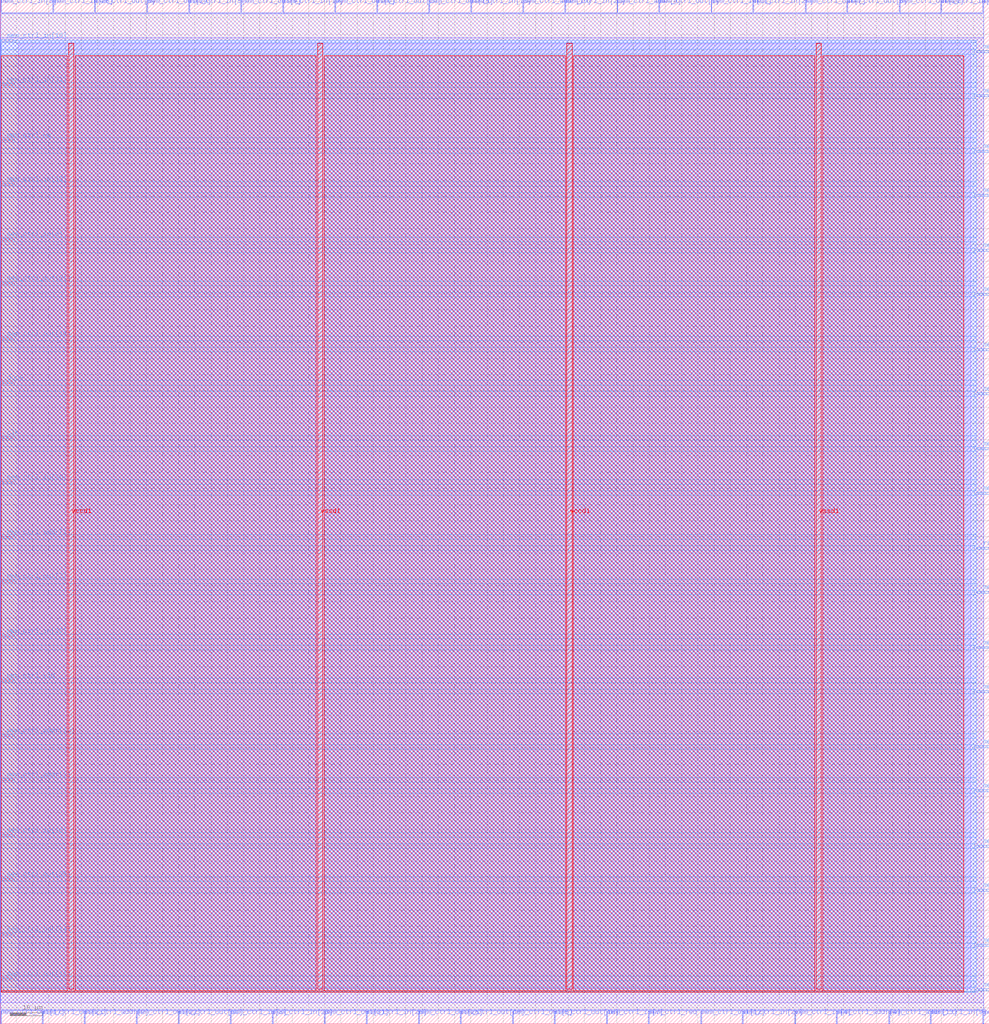
<source format=lef>
VERSION 5.7 ;
  NOWIREEXTENSIONATPIN ON ;
  DIVIDERCHAR "/" ;
  BUSBITCHARS "[]" ;
MACRO VerySimpleCPU_core
  CLASS BLOCK ;
  FOREIGN VerySimpleCPU_core ;
  ORIGIN 0.000 0.000 ;
  SIZE 304.775 BY 315.495 ;
  PIN clk
    DIRECTION INPUT ;
    USE SIGNAL ;
    PORT
      LAYER met3 ;
        RECT 0.000 180.240 4.000 180.840 ;
    END
  END clk
  PIN done
    DIRECTION OUTPUT TRISTATE ;
    USE SIGNAL ;
    PORT
      LAYER met3 ;
        RECT 0.000 197.240 4.000 197.840 ;
    END
  END done
  PIN mem_ctrl_addr[0]
    DIRECTION OUTPUT TRISTATE ;
    USE SIGNAL ;
    PORT
      LAYER met2 ;
        RECT 190.070 311.495 190.350 315.495 ;
    END
  END mem_ctrl_addr[0]
  PIN mem_ctrl_addr[10]
    DIRECTION OUTPUT TRISTATE ;
    USE SIGNAL ;
    PORT
      LAYER met2 ;
        RECT 161.090 311.495 161.370 315.495 ;
    END
  END mem_ctrl_addr[10]
  PIN mem_ctrl_addr[11]
    DIRECTION OUTPUT TRISTATE ;
    USE SIGNAL ;
    PORT
      LAYER met3 ;
        RECT 300.775 255.040 304.775 255.640 ;
    END
  END mem_ctrl_addr[11]
  PIN mem_ctrl_addr[12]
    DIRECTION OUTPUT TRISTATE ;
    USE SIGNAL ;
    PORT
      LAYER met3 ;
        RECT 0.000 88.440 4.000 89.040 ;
    END
  END mem_ctrl_addr[12]
  PIN mem_ctrl_addr[13]
    DIRECTION OUTPUT TRISTATE ;
    USE SIGNAL ;
    PORT
      LAYER met2 ;
        RECT 273.790 0.000 274.070 4.000 ;
    END
  END mem_ctrl_addr[13]
  PIN mem_ctrl_addr[1]
    DIRECTION OUTPUT TRISTATE ;
    USE SIGNAL ;
    PORT
      LAYER met3 ;
        RECT 0.000 149.640 4.000 150.240 ;
    END
  END mem_ctrl_addr[1]
  PIN mem_ctrl_addr[2]
    DIRECTION OUTPUT TRISTATE ;
    USE SIGNAL ;
    PORT
      LAYER met2 ;
        RECT 25.850 0.000 26.130 4.000 ;
    END
  END mem_ctrl_addr[2]
  PIN mem_ctrl_addr[3]
    DIRECTION OUTPUT TRISTATE ;
    USE SIGNAL ;
    PORT
      LAYER met3 ;
        RECT 0.000 74.840 4.000 75.440 ;
    END
  END mem_ctrl_addr[3]
  PIN mem_ctrl_addr[4]
    DIRECTION OUTPUT TRISTATE ;
    USE SIGNAL ;
    PORT
      LAYER met2 ;
        RECT 257.690 0.000 257.970 4.000 ;
    END
  END mem_ctrl_addr[4]
  PIN mem_ctrl_addr[5]
    DIRECTION OUTPUT TRISTATE ;
    USE SIGNAL ;
    PORT
      LAYER met3 ;
        RECT 300.775 40.840 304.775 41.440 ;
    END
  END mem_ctrl_addr[5]
  PIN mem_ctrl_addr[6]
    DIRECTION OUTPUT TRISTATE ;
    USE SIGNAL ;
    PORT
      LAYER met3 ;
        RECT 300.775 299.240 304.775 299.840 ;
    END
  END mem_ctrl_addr[6]
  PIN mem_ctrl_addr[7]
    DIRECTION OUTPUT TRISTATE ;
    USE SIGNAL ;
    PORT
      LAYER met3 ;
        RECT 300.775 132.640 304.775 133.240 ;
    END
  END mem_ctrl_addr[7]
  PIN mem_ctrl_addr[8]
    DIRECTION OUTPUT TRISTATE ;
    USE SIGNAL ;
    PORT
      LAYER met3 ;
        RECT 300.775 224.440 304.775 225.040 ;
    END
  END mem_ctrl_addr[8]
  PIN mem_ctrl_addr[9]
    DIRECTION OUTPUT TRISTATE ;
    USE SIGNAL ;
    PORT
      LAYER met3 ;
        RECT 300.775 10.240 304.775 10.840 ;
    END
  END mem_ctrl_addr[9]
  PIN mem_ctrl_in[0]
    DIRECTION OUTPUT TRISTATE ;
    USE SIGNAL ;
    PORT
      LAYER met3 ;
        RECT 300.775 85.040 304.775 85.640 ;
    END
  END mem_ctrl_in[0]
  PIN mem_ctrl_in[10]
    DIRECTION OUTPUT TRISTATE ;
    USE SIGNAL ;
    PORT
      LAYER met3 ;
        RECT 0.000 302.640 4.000 303.240 ;
    END
  END mem_ctrl_in[10]
  PIN mem_ctrl_in[11]
    DIRECTION OUTPUT TRISTATE ;
    USE SIGNAL ;
    PORT
      LAYER met2 ;
        RECT 219.050 311.495 219.330 315.495 ;
    END
  END mem_ctrl_in[11]
  PIN mem_ctrl_in[12]
    DIRECTION OUTPUT TRISTATE ;
    USE SIGNAL ;
    PORT
      LAYER met3 ;
        RECT 300.775 54.440 304.775 55.040 ;
    END
  END mem_ctrl_in[12]
  PIN mem_ctrl_in[13]
    DIRECTION OUTPUT TRISTATE ;
    USE SIGNAL ;
    PORT
      LAYER met2 ;
        RECT 144.990 311.495 145.270 315.495 ;
    END
  END mem_ctrl_in[13]
  PIN mem_ctrl_in[14]
    DIRECTION OUTPUT TRISTATE ;
    USE SIGNAL ;
    PORT
      LAYER met3 ;
        RECT 300.775 193.840 304.775 194.440 ;
    END
  END mem_ctrl_in[14]
  PIN mem_ctrl_in[15]
    DIRECTION OUTPUT TRISTATE ;
    USE SIGNAL ;
    PORT
      LAYER met3 ;
        RECT 300.775 115.640 304.775 116.240 ;
    END
  END mem_ctrl_in[15]
  PIN mem_ctrl_in[16]
    DIRECTION OUTPUT TRISTATE ;
    USE SIGNAL ;
    PORT
      LAYER met3 ;
        RECT 0.000 57.840 4.000 58.440 ;
    END
  END mem_ctrl_in[16]
  PIN mem_ctrl_in[17]
    DIRECTION OUTPUT TRISTATE ;
    USE SIGNAL ;
    PORT
      LAYER met2 ;
        RECT 302.770 0.000 303.050 4.000 ;
    END
  END mem_ctrl_in[17]
  PIN mem_ctrl_in[18]
    DIRECTION OUTPUT TRISTATE ;
    USE SIGNAL ;
    PORT
      LAYER met3 ;
        RECT 0.000 258.440 4.000 259.040 ;
    END
  END mem_ctrl_in[18]
  PIN mem_ctrl_in[19]
    DIRECTION OUTPUT TRISTATE ;
    USE SIGNAL ;
    PORT
      LAYER met2 ;
        RECT 87.030 311.495 87.310 315.495 ;
    END
  END mem_ctrl_in[19]
  PIN mem_ctrl_in[1]
    DIRECTION OUTPUT TRISTATE ;
    USE SIGNAL ;
    PORT
      LAYER met3 ;
        RECT 300.775 207.440 304.775 208.040 ;
    END
  END mem_ctrl_in[1]
  PIN mem_ctrl_in[20]
    DIRECTION OUTPUT TRISTATE ;
    USE SIGNAL ;
    PORT
      LAYER met3 ;
        RECT 300.775 102.040 304.775 102.640 ;
    END
  END mem_ctrl_in[20]
  PIN mem_ctrl_in[21]
    DIRECTION OUTPUT TRISTATE ;
    USE SIGNAL ;
    PORT
      LAYER met2 ;
        RECT 173.970 311.495 174.250 315.495 ;
    END
  END mem_ctrl_in[21]
  PIN mem_ctrl_in[22]
    DIRECTION OUTPUT TRISTATE ;
    USE SIGNAL ;
    PORT
      LAYER met3 ;
        RECT 300.775 268.640 304.775 269.240 ;
    END
  END mem_ctrl_in[22]
  PIN mem_ctrl_in[23]
    DIRECTION OUTPUT TRISTATE ;
    USE SIGNAL ;
    PORT
      LAYER met2 ;
        RECT 83.810 0.000 84.090 4.000 ;
    END
  END mem_ctrl_in[23]
  PIN mem_ctrl_in[24]
    DIRECTION OUTPUT TRISTATE ;
    USE SIGNAL ;
    PORT
      LAYER met2 ;
        RECT 231.930 311.495 232.210 315.495 ;
    END
  END mem_ctrl_in[24]
  PIN mem_ctrl_in[25]
    DIRECTION OUTPUT TRISTATE ;
    USE SIGNAL ;
    PORT
      LAYER met2 ;
        RECT 289.890 311.495 290.170 315.495 ;
    END
  END mem_ctrl_in[25]
  PIN mem_ctrl_in[26]
    DIRECTION OUTPUT TRISTATE ;
    USE SIGNAL ;
    PORT
      LAYER met2 ;
        RECT 16.190 311.495 16.470 315.495 ;
    END
  END mem_ctrl_in[26]
  PIN mem_ctrl_in[27]
    DIRECTION OUTPUT TRISTATE ;
    USE SIGNAL ;
    PORT
      LAYER met2 ;
        RECT 228.710 0.000 228.990 4.000 ;
    END
  END mem_ctrl_in[27]
  PIN mem_ctrl_in[28]
    DIRECTION OUTPUT TRISTATE ;
    USE SIGNAL ;
    PORT
      LAYER met2 ;
        RECT 112.790 0.000 113.070 4.000 ;
    END
  END mem_ctrl_in[28]
  PIN mem_ctrl_in[29]
    DIRECTION OUTPUT TRISTATE ;
    USE SIGNAL ;
    PORT
      LAYER met3 ;
        RECT 0.000 119.040 4.000 119.640 ;
    END
  END mem_ctrl_in[29]
  PIN mem_ctrl_in[2]
    DIRECTION OUTPUT TRISTATE ;
    USE SIGNAL ;
    PORT
      LAYER met3 ;
        RECT 300.775 238.040 304.775 238.640 ;
    END
  END mem_ctrl_in[2]
  PIN mem_ctrl_in[30]
    DIRECTION OUTPUT TRISTATE ;
    USE SIGNAL ;
    PORT
      LAYER met3 ;
        RECT 0.000 166.640 4.000 167.240 ;
    END
  END mem_ctrl_in[30]
  PIN mem_ctrl_in[31]
    DIRECTION OUTPUT TRISTATE ;
    USE SIGNAL ;
    PORT
      LAYER met3 ;
        RECT 0.000 289.040 4.000 289.640 ;
    END
  END mem_ctrl_in[31]
  PIN mem_ctrl_in[3]
    DIRECTION OUTPUT TRISTATE ;
    USE SIGNAL ;
    PORT
      LAYER met2 ;
        RECT 70.930 0.000 71.210 4.000 ;
    END
  END mem_ctrl_in[3]
  PIN mem_ctrl_in[4]
    DIRECTION OUTPUT TRISTATE ;
    USE SIGNAL ;
    PORT
      LAYER met2 ;
        RECT 244.810 0.000 245.090 4.000 ;
    END
  END mem_ctrl_in[4]
  PIN mem_ctrl_in[5]
    DIRECTION OUTPUT TRISTATE ;
    USE SIGNAL ;
    PORT
      LAYER met2 ;
        RECT 58.050 311.495 58.330 315.495 ;
    END
  END mem_ctrl_in[5]
  PIN mem_ctrl_in[6]
    DIRECTION OUTPUT TRISTATE ;
    USE SIGNAL ;
    PORT
      LAYER met3 ;
        RECT 0.000 241.440 4.000 242.040 ;
    END
  END mem_ctrl_in[6]
  PIN mem_ctrl_in[7]
    DIRECTION OUTPUT TRISTATE ;
    USE SIGNAL ;
    PORT
      LAYER met2 ;
        RECT 186.850 0.000 187.130 4.000 ;
    END
  END mem_ctrl_in[7]
  PIN mem_ctrl_in[8]
    DIRECTION OUTPUT TRISTATE ;
    USE SIGNAL ;
    PORT
      LAYER met2 ;
        RECT 0.090 311.495 0.370 315.495 ;
    END
  END mem_ctrl_in[8]
  PIN mem_ctrl_in[9]
    DIRECTION OUTPUT TRISTATE ;
    USE SIGNAL ;
    PORT
      LAYER met2 ;
        RECT 286.670 0.000 286.950 4.000 ;
    END
  END mem_ctrl_in[9]
  PIN mem_ctrl_out[0]
    DIRECTION INPUT ;
    USE SIGNAL ;
    PORT
      LAYER met2 ;
        RECT 103.130 311.495 103.410 315.495 ;
    END
  END mem_ctrl_out[0]
  PIN mem_ctrl_out[10]
    DIRECTION INPUT ;
    USE SIGNAL ;
    PORT
      LAYER met3 ;
        RECT 300.775 71.440 304.775 72.040 ;
    END
  END mem_ctrl_out[10]
  PIN mem_ctrl_out[11]
    DIRECTION INPUT ;
    USE SIGNAL ;
    PORT
      LAYER met3 ;
        RECT 0.000 13.640 4.000 14.240 ;
    END
  END mem_ctrl_out[11]
  PIN mem_ctrl_out[12]
    DIRECTION INPUT ;
    USE SIGNAL ;
    PORT
      LAYER met2 ;
        RECT 215.830 0.000 216.110 4.000 ;
    END
  END mem_ctrl_out[12]
  PIN mem_ctrl_out[13]
    DIRECTION INPUT ;
    USE SIGNAL ;
    PORT
      LAYER met3 ;
        RECT 0.000 210.840 4.000 211.440 ;
    END
  END mem_ctrl_out[13]
  PIN mem_ctrl_out[14]
    DIRECTION INPUT ;
    USE SIGNAL ;
    PORT
      LAYER met3 ;
        RECT 0.000 27.240 4.000 27.840 ;
    END
  END mem_ctrl_out[14]
  PIN mem_ctrl_out[15]
    DIRECTION INPUT ;
    USE SIGNAL ;
    PORT
      LAYER met2 ;
        RECT 132.110 311.495 132.390 315.495 ;
    END
  END mem_ctrl_out[15]
  PIN mem_ctrl_out[16]
    DIRECTION INPUT ;
    USE SIGNAL ;
    PORT
      LAYER met2 ;
        RECT 141.770 0.000 142.050 4.000 ;
    END
  END mem_ctrl_out[16]
  PIN mem_ctrl_out[17]
    DIRECTION INPUT ;
    USE SIGNAL ;
    PORT
      LAYER met2 ;
        RECT 0.090 0.000 0.370 4.000 ;
    END
  END mem_ctrl_out[17]
  PIN mem_ctrl_out[18]
    DIRECTION INPUT ;
    USE SIGNAL ;
    PORT
      LAYER met2 ;
        RECT 170.750 0.000 171.030 4.000 ;
    END
  END mem_ctrl_out[18]
  PIN mem_ctrl_out[19]
    DIRECTION INPUT ;
    USE SIGNAL ;
    PORT
      LAYER met2 ;
        RECT 116.010 311.495 116.290 315.495 ;
    END
  END mem_ctrl_out[19]
  PIN mem_ctrl_out[1]
    DIRECTION INPUT ;
    USE SIGNAL ;
    PORT
      LAYER met2 ;
        RECT 202.950 311.495 203.230 315.495 ;
    END
  END mem_ctrl_out[1]
  PIN mem_ctrl_out[20]
    DIRECTION INPUT ;
    USE SIGNAL ;
    PORT
      LAYER met2 ;
        RECT 277.010 311.495 277.290 315.495 ;
    END
  END mem_ctrl_out[20]
  PIN mem_ctrl_out[21]
    DIRECTION INPUT ;
    USE SIGNAL ;
    PORT
      LAYER met3 ;
        RECT 0.000 227.840 4.000 228.440 ;
    END
  END mem_ctrl_out[21]
  PIN mem_ctrl_out[22]
    DIRECTION INPUT ;
    USE SIGNAL ;
    PORT
      LAYER met2 ;
        RECT 41.950 0.000 42.230 4.000 ;
    END
  END mem_ctrl_out[22]
  PIN mem_ctrl_out[23]
    DIRECTION INPUT ;
    USE SIGNAL ;
    PORT
      LAYER met2 ;
        RECT 12.970 0.000 13.250 4.000 ;
    END
  END mem_ctrl_out[23]
  PIN mem_ctrl_out[24]
    DIRECTION INPUT ;
    USE SIGNAL ;
    PORT
      LAYER met2 ;
        RECT 302.770 311.495 303.050 315.495 ;
    END
  END mem_ctrl_out[24]
  PIN mem_ctrl_out[25]
    DIRECTION INPUT ;
    USE SIGNAL ;
    PORT
      LAYER met3 ;
        RECT 0.000 44.240 4.000 44.840 ;
    END
  END mem_ctrl_out[25]
  PIN mem_ctrl_out[26]
    DIRECTION INPUT ;
    USE SIGNAL ;
    PORT
      LAYER met2 ;
        RECT 128.890 0.000 129.170 4.000 ;
    END
  END mem_ctrl_out[26]
  PIN mem_ctrl_out[27]
    DIRECTION INPUT ;
    USE SIGNAL ;
    PORT
      LAYER met3 ;
        RECT 300.775 285.640 304.775 286.240 ;
    END
  END mem_ctrl_out[27]
  PIN mem_ctrl_out[28]
    DIRECTION INPUT ;
    USE SIGNAL ;
    PORT
      LAYER met3 ;
        RECT 300.775 23.840 304.775 24.440 ;
    END
  END mem_ctrl_out[28]
  PIN mem_ctrl_out[29]
    DIRECTION INPUT ;
    USE SIGNAL ;
    PORT
      LAYER met2 ;
        RECT 45.170 311.495 45.450 315.495 ;
    END
  END mem_ctrl_out[29]
  PIN mem_ctrl_out[2]
    DIRECTION INPUT ;
    USE SIGNAL ;
    PORT
      LAYER met3 ;
        RECT 300.775 163.240 304.775 163.840 ;
    END
  END mem_ctrl_out[2]
  PIN mem_ctrl_out[30]
    DIRECTION INPUT ;
    USE SIGNAL ;
    PORT
      LAYER met2 ;
        RECT 54.830 0.000 55.110 4.000 ;
    END
  END mem_ctrl_out[30]
  PIN mem_ctrl_out[31]
    DIRECTION INPUT ;
    USE SIGNAL ;
    PORT
      LAYER met2 ;
        RECT 99.910 0.000 100.190 4.000 ;
    END
  END mem_ctrl_out[31]
  PIN mem_ctrl_out[3]
    DIRECTION INPUT ;
    USE SIGNAL ;
    PORT
      LAYER met3 ;
        RECT 0.000 136.040 4.000 136.640 ;
    END
  END mem_ctrl_out[3]
  PIN mem_ctrl_out[4]
    DIRECTION INPUT ;
    USE SIGNAL ;
    PORT
      LAYER met3 ;
        RECT 300.775 176.840 304.775 177.440 ;
    END
  END mem_ctrl_out[4]
  PIN mem_ctrl_out[5]
    DIRECTION INPUT ;
    USE SIGNAL ;
    PORT
      LAYER met2 ;
        RECT 157.870 0.000 158.150 4.000 ;
    END
  END mem_ctrl_out[5]
  PIN mem_ctrl_out[6]
    DIRECTION INPUT ;
    USE SIGNAL ;
    PORT
      LAYER met2 ;
        RECT 260.910 311.495 261.190 315.495 ;
    END
  END mem_ctrl_out[6]
  PIN mem_ctrl_out[7]
    DIRECTION INPUT ;
    USE SIGNAL ;
    PORT
      LAYER met2 ;
        RECT 248.030 311.495 248.310 315.495 ;
    END
  END mem_ctrl_out[7]
  PIN mem_ctrl_out[8]
    DIRECTION INPUT ;
    USE SIGNAL ;
    PORT
      LAYER met2 ;
        RECT 29.070 311.495 29.350 315.495 ;
    END
  END mem_ctrl_out[8]
  PIN mem_ctrl_out[9]
    DIRECTION INPUT ;
    USE SIGNAL ;
    PORT
      LAYER met2 ;
        RECT 74.150 311.495 74.430 315.495 ;
    END
  END mem_ctrl_out[9]
  PIN mem_ctrl_req
    DIRECTION OUTPUT TRISTATE ;
    USE SIGNAL ;
    PORT
      LAYER met2 ;
        RECT 199.730 0.000 200.010 4.000 ;
    END
  END mem_ctrl_req
  PIN mem_ctrl_vld
    DIRECTION INPUT ;
    USE SIGNAL ;
    PORT
      LAYER met3 ;
        RECT 0.000 105.440 4.000 106.040 ;
    END
  END mem_ctrl_vld
  PIN mem_ctrl_we
    DIRECTION OUTPUT TRISTATE ;
    USE SIGNAL ;
    PORT
      LAYER met3 ;
        RECT 0.000 272.040 4.000 272.640 ;
    END
  END mem_ctrl_we
  PIN rst
    DIRECTION INPUT ;
    USE SIGNAL ;
    PORT
      LAYER met3 ;
        RECT 300.775 146.240 304.775 146.840 ;
    END
  END rst
  PIN vccd1
    DIRECTION INPUT ;
    USE POWER ;
    PORT
      LAYER met4 ;
        RECT 21.040 10.640 22.640 302.160 ;
    END
    PORT
      LAYER met4 ;
        RECT 174.640 10.640 176.240 302.160 ;
    END
  END vccd1
  PIN vssd1
    DIRECTION INPUT ;
    USE GROUND ;
    PORT
      LAYER met4 ;
        RECT 97.840 10.640 99.440 302.160 ;
    END
    PORT
      LAYER met4 ;
        RECT 251.440 10.640 253.040 302.160 ;
    END
  END vssd1
  OBS
      LAYER li1 ;
        RECT 5.520 10.795 299.000 302.005 ;
      LAYER met1 ;
        RECT 0.070 6.500 303.070 303.920 ;
      LAYER met2 ;
        RECT 0.650 311.215 15.910 311.495 ;
        RECT 16.750 311.215 28.790 311.495 ;
        RECT 29.630 311.215 44.890 311.495 ;
        RECT 45.730 311.215 57.770 311.495 ;
        RECT 58.610 311.215 73.870 311.495 ;
        RECT 74.710 311.215 86.750 311.495 ;
        RECT 87.590 311.215 102.850 311.495 ;
        RECT 103.690 311.215 115.730 311.495 ;
        RECT 116.570 311.215 131.830 311.495 ;
        RECT 132.670 311.215 144.710 311.495 ;
        RECT 145.550 311.215 160.810 311.495 ;
        RECT 161.650 311.215 173.690 311.495 ;
        RECT 174.530 311.215 189.790 311.495 ;
        RECT 190.630 311.215 202.670 311.495 ;
        RECT 203.510 311.215 218.770 311.495 ;
        RECT 219.610 311.215 231.650 311.495 ;
        RECT 232.490 311.215 247.750 311.495 ;
        RECT 248.590 311.215 260.630 311.495 ;
        RECT 261.470 311.215 276.730 311.495 ;
        RECT 277.570 311.215 289.610 311.495 ;
        RECT 290.450 311.215 302.490 311.495 ;
        RECT 0.100 4.280 303.040 311.215 ;
        RECT 0.650 4.000 12.690 4.280 ;
        RECT 13.530 4.000 25.570 4.280 ;
        RECT 26.410 4.000 41.670 4.280 ;
        RECT 42.510 4.000 54.550 4.280 ;
        RECT 55.390 4.000 70.650 4.280 ;
        RECT 71.490 4.000 83.530 4.280 ;
        RECT 84.370 4.000 99.630 4.280 ;
        RECT 100.470 4.000 112.510 4.280 ;
        RECT 113.350 4.000 128.610 4.280 ;
        RECT 129.450 4.000 141.490 4.280 ;
        RECT 142.330 4.000 157.590 4.280 ;
        RECT 158.430 4.000 170.470 4.280 ;
        RECT 171.310 4.000 186.570 4.280 ;
        RECT 187.410 4.000 199.450 4.280 ;
        RECT 200.290 4.000 215.550 4.280 ;
        RECT 216.390 4.000 228.430 4.280 ;
        RECT 229.270 4.000 244.530 4.280 ;
        RECT 245.370 4.000 257.410 4.280 ;
        RECT 258.250 4.000 273.510 4.280 ;
        RECT 274.350 4.000 286.390 4.280 ;
        RECT 287.230 4.000 302.490 4.280 ;
      LAYER met3 ;
        RECT 4.400 302.240 300.775 303.105 ;
        RECT 0.270 300.240 300.775 302.240 ;
        RECT 0.270 298.840 300.375 300.240 ;
        RECT 0.270 290.040 300.775 298.840 ;
        RECT 4.400 288.640 300.775 290.040 ;
        RECT 0.270 286.640 300.775 288.640 ;
        RECT 0.270 285.240 300.375 286.640 ;
        RECT 0.270 273.040 300.775 285.240 ;
        RECT 4.400 271.640 300.775 273.040 ;
        RECT 0.270 269.640 300.775 271.640 ;
        RECT 0.270 268.240 300.375 269.640 ;
        RECT 0.270 259.440 300.775 268.240 ;
        RECT 4.400 258.040 300.775 259.440 ;
        RECT 0.270 256.040 300.775 258.040 ;
        RECT 0.270 254.640 300.375 256.040 ;
        RECT 0.270 242.440 300.775 254.640 ;
        RECT 4.400 241.040 300.775 242.440 ;
        RECT 0.270 239.040 300.775 241.040 ;
        RECT 0.270 237.640 300.375 239.040 ;
        RECT 0.270 228.840 300.775 237.640 ;
        RECT 4.400 227.440 300.775 228.840 ;
        RECT 0.270 225.440 300.775 227.440 ;
        RECT 0.270 224.040 300.375 225.440 ;
        RECT 0.270 211.840 300.775 224.040 ;
        RECT 4.400 210.440 300.775 211.840 ;
        RECT 0.270 208.440 300.775 210.440 ;
        RECT 0.270 207.040 300.375 208.440 ;
        RECT 0.270 198.240 300.775 207.040 ;
        RECT 4.400 196.840 300.775 198.240 ;
        RECT 0.270 194.840 300.775 196.840 ;
        RECT 0.270 193.440 300.375 194.840 ;
        RECT 0.270 181.240 300.775 193.440 ;
        RECT 4.400 179.840 300.775 181.240 ;
        RECT 0.270 177.840 300.775 179.840 ;
        RECT 0.270 176.440 300.375 177.840 ;
        RECT 0.270 167.640 300.775 176.440 ;
        RECT 4.400 166.240 300.775 167.640 ;
        RECT 0.270 164.240 300.775 166.240 ;
        RECT 0.270 162.840 300.375 164.240 ;
        RECT 0.270 150.640 300.775 162.840 ;
        RECT 4.400 149.240 300.775 150.640 ;
        RECT 0.270 147.240 300.775 149.240 ;
        RECT 0.270 145.840 300.375 147.240 ;
        RECT 0.270 137.040 300.775 145.840 ;
        RECT 4.400 135.640 300.775 137.040 ;
        RECT 0.270 133.640 300.775 135.640 ;
        RECT 0.270 132.240 300.375 133.640 ;
        RECT 0.270 120.040 300.775 132.240 ;
        RECT 4.400 118.640 300.775 120.040 ;
        RECT 0.270 116.640 300.775 118.640 ;
        RECT 0.270 115.240 300.375 116.640 ;
        RECT 0.270 106.440 300.775 115.240 ;
        RECT 4.400 105.040 300.775 106.440 ;
        RECT 0.270 103.040 300.775 105.040 ;
        RECT 0.270 101.640 300.375 103.040 ;
        RECT 0.270 89.440 300.775 101.640 ;
        RECT 4.400 88.040 300.775 89.440 ;
        RECT 0.270 86.040 300.775 88.040 ;
        RECT 0.270 84.640 300.375 86.040 ;
        RECT 0.270 75.840 300.775 84.640 ;
        RECT 4.400 74.440 300.775 75.840 ;
        RECT 0.270 72.440 300.775 74.440 ;
        RECT 0.270 71.040 300.375 72.440 ;
        RECT 0.270 58.840 300.775 71.040 ;
        RECT 4.400 57.440 300.775 58.840 ;
        RECT 0.270 55.440 300.775 57.440 ;
        RECT 0.270 54.040 300.375 55.440 ;
        RECT 0.270 45.240 300.775 54.040 ;
        RECT 4.400 43.840 300.775 45.240 ;
        RECT 0.270 41.840 300.775 43.840 ;
        RECT 0.270 40.440 300.375 41.840 ;
        RECT 0.270 28.240 300.775 40.440 ;
        RECT 4.400 26.840 300.775 28.240 ;
        RECT 0.270 24.840 300.775 26.840 ;
        RECT 0.270 23.440 300.375 24.840 ;
        RECT 0.270 14.640 300.775 23.440 ;
        RECT 4.400 13.240 300.775 14.640 ;
        RECT 0.270 11.240 300.775 13.240 ;
        RECT 0.270 9.840 300.375 11.240 ;
        RECT 0.270 9.695 300.775 9.840 ;
      LAYER met4 ;
        RECT 0.295 10.240 20.640 298.345 ;
        RECT 23.040 10.240 97.440 298.345 ;
        RECT 99.840 10.240 174.240 298.345 ;
        RECT 176.640 10.240 251.040 298.345 ;
        RECT 253.440 10.240 296.865 298.345 ;
        RECT 0.295 9.695 296.865 10.240 ;
  END
END VerySimpleCPU_core
END LIBRARY


</source>
